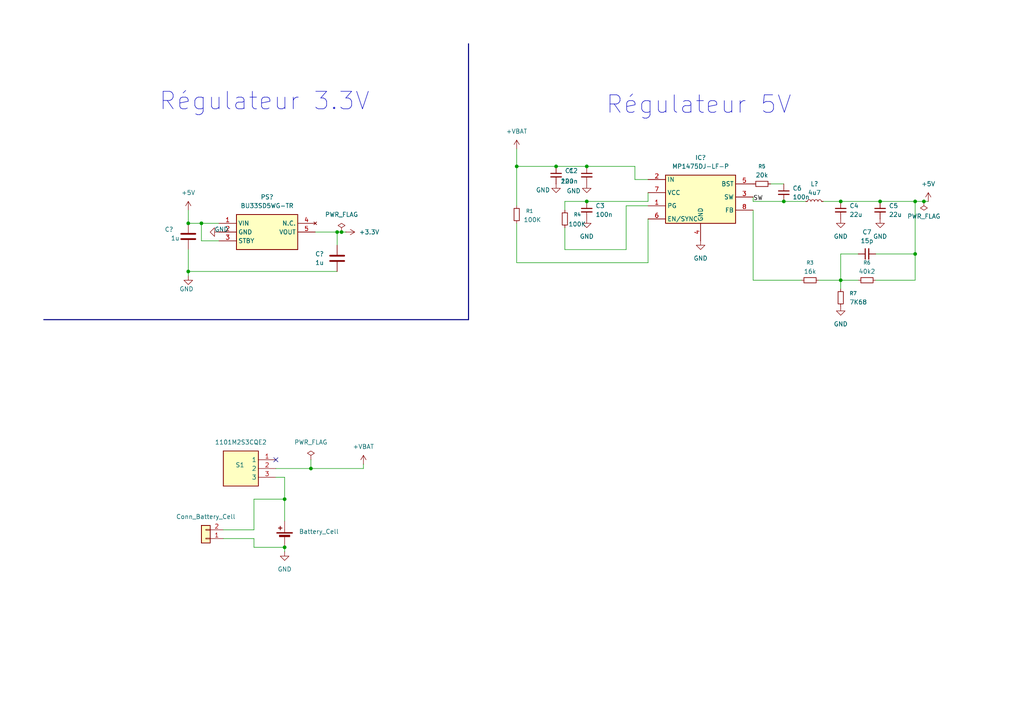
<source format=kicad_sch>
(kicad_sch (version 20250114) (generator "eeschema") (generator_version "9.0")
  (paper "A4")
  (lib_symbols
    (symbol "1101M2S3CQE2:1101M2S3CQE2"
      (property "Reference" "S" (at 16.51 7.62 0))
      (property "Value" "1101M2S3CQE2" (at 16.51 5.08 0))
      (symbol "1101M2S3CQE2_1_1"
        (rectangle (start 5.08 2.54) (end 15.24 -7.62) (stroke (width 0.254)) (fill (type background)))
        (pin passive line (at 0 0 0) (length 5.08) (name "3") (number "3"))
        (pin passive line (at 0 -2.54 0) (length 5.08) (name "2") (number "2"))
        (pin passive line (at 0 -5.08 0) (length 5.08) (name "1") (number "1"))
      )
    )
    (symbol "BU33SD5WG-TR:BU33SD5WG-TR"
      (property "Reference" "PS" (at 24.13 7.62 0))
      (property "Value" "BU33SD5WG-TR" (at 24.13 5.08 0))
      (symbol "BU33SD5WG-TR_1_1"
        (rectangle (start 5.08 2.54) (end 22.86 -7.62) (stroke (width 0.254)) (fill (type background)))
        (pin passive line (at 0 0 0) (length 5.08) (name "VIN") (number "1"))
        (pin passive line (at 0 -2.54 0) (length 5.08) (name "GND") (number "2"))
        (pin passive line (at 0 -5.08 0) (length 5.08) (name "STBY") (number "3"))
        (pin no_connect line (at 27.94 0 180) (length 5.08) (name "N.C.") (number "4"))
        (pin passive line (at 27.94 -2.54 180) (length 5.08) (name "VOUT") (number "5"))
      )
    )
    (symbol "Connector_Generic:Conn_01x02" (pin_names (offset 1.016) (hide yes))
      (property "Reference" "J" (at 0 2.54 0))
      (property "Value" "Conn_01x02" (at 0 -5.08 0))
      (symbol "Conn_01x02_1_1"
        (rectangle (start -1.27 1.27) (end 1.27 -3.81) (stroke (width 0.254)) (fill (type background)))
        (rectangle (start -1.27 0.127) (end 0 -0.127) (stroke (width 0.1524)))
        (rectangle (start -1.27 -2.413) (end 0 -2.667) (stroke (width 0.1524)))
        (pin passive line (at -5.08 0 0) (length 3.81) (name "Pin_1") (number "1"))
        (pin passive line (at -5.08 -2.54 0) (length 3.81) (name "Pin_2") (number "2"))
      )
    )
    (symbol "Device:Battery_Cell" (pin_numbers (hide yes)) (pin_names (offset 0) (hide yes))
      (property "Reference" "BT" (at 2.54 2.54 0))
      (property "Value" "Battery_Cell" (at 2.54 0 0))
      (symbol "Battery_Cell_0_1"
        (rectangle (start -2.286 1.778) (end 2.286 1.524) (fill (type outline)))
        (rectangle (start -1.524 1.016) (end 1.524 0.508) (fill (type outline)))
        (polyline (pts (xy 0 1.778) (xy 0 2.54)))
        (polyline (pts (xy 0 0.762) (xy 0 0)))
        (polyline (pts (xy 0.762 3.048) (xy 1.778 3.048)) (stroke (width 0.254)))
        (polyline (pts (xy 1.27 3.556) (xy 1.27 2.54)) (stroke (width 0.254)))
      )
      (symbol "Battery_Cell_1_1"
        (pin passive line (at 0 5.08 270) (length 2.54) (name "+") (number "1"))
        (pin passive line (at 0 -2.54 90) (length 2.54) (name "-") (number "2"))
      )
    )
    (symbol "Device:C" (pin_numbers (hide yes)) (pin_names (offset 0.254))
      (property "Reference" "C" (at 0.635 2.54 0))
      (property "Value" "C" (at 0.635 -2.54 0))
      (symbol "C_0_1"
        (polyline (pts (xy -2.032 0.762) (xy 2.032 0.762)) (stroke (width 0.508)))
        (polyline (pts (xy -2.032 -0.762) (xy 2.032 -0.762)) (stroke (width 0.508)))
      )
      (symbol "C_1_1"
        (pin passive line (at 0 3.81 270) (length 2.794) (name "~") (number "1"))
        (pin passive line (at 0 -3.81 90) (length 2.794) (name "~") (number "2"))
      )
    )
    (symbol "Device:C_Small" (pin_numbers (hide yes)) (pin_names (offset 0.254) (hide yes))
      (property "Reference" "C" (at 0.254 1.778 0))
      (property "Value" "C_Small" (at 0.254 -2.032 0))
      (symbol "C_Small_0_1"
        (polyline (pts (xy -1.524 0.508) (xy 1.524 0.508)) (stroke (width 0.3048)))
        (polyline (pts (xy -1.524 -0.508) (xy 1.524 -0.508)) (stroke (width 0.3302)))
      )
      (symbol "C_Small_1_1"
        (pin passive line (at 0 2.54 270) (length 2.032) (name "~") (number "1"))
        (pin passive line (at 0 -2.54 90) (length 2.032) (name "~") (number "2"))
      )
    )
    (symbol "Device:L_Small" (pin_numbers (hide yes)) (pin_names (offset 0.254) (hide yes))
      (property "Reference" "L" (at 0.762 1.016 0))
      (property "Value" "L_Small" (at 0.762 -1.016 0))
      (symbol "L_Small_0_1"
        (arc (start 0 2.032) (mid 0.5058 1.524) (end 0 1.016))
        (arc (start 0 1.016) (mid 0.5058 0.508) (end 0 0))
        (arc (start 0 0) (mid 0.5058 -0.508) (end 0 -1.016))
        (arc (start 0 -1.016) (mid 0.5058 -1.524) (end 0 -2.032))
      )
      (symbol "L_Small_1_1"
        (pin passive line (at 0 2.54 270) (length 0.508) (name "~") (number "1"))
        (pin passive line (at 0 -2.54 90) (length 0.508) (name "~") (number "2"))
      )
    )
    (symbol "Device:R_Small" (pin_numbers (hide yes)) (pin_names (offset 0.254) (hide yes))
      (property "Reference" "R" (at 0 0 90))
      (property "Value" "R_Small" (at 1.778 0 90))
      (symbol "R_Small_0_1"
        (rectangle (start -0.762 1.778) (end 0.762 -1.778) (stroke (width 0.2032)))
      )
      (symbol "R_Small_1_1"
        (pin passive line (at 0 2.54 270) (length 0.762) (name "~") (number "1"))
        (pin passive line (at 0 -2.54 90) (length 0.762) (name "~") (number "2"))
      )
    )
    (symbol "MP1475DJ-LF-P:MP1475DJ-LF-P"
      (property "Reference" "IC" (at 26.67 7.62 0))
      (property "Value" "MP1475DJ-LF-P" (at 26.67 5.08 0))
      (symbol "MP1475DJ-LF-P_1_1"
        (rectangle (start 5.08 2.54) (end 25.4 -11.43) (stroke (width 0.254)) (fill (type background)))
        (pin passive line (at 0 1.27 0) (length 5.08) (name "IN") (number "2"))
        (pin passive line (at 0 -2.54 0) (length 5.08) (name "VCC") (number "7"))
        (pin passive line (at 0 -6.35 0) (length 5.08) (name "PG") (number "1"))
        (pin passive line (at 0 -10.16 0) (length 5.08) (name "EN/SYNC") (number "6"))
        (pin passive line (at 15.24 -16.51 90) (length 5.08) (name "GND") (number "4"))
        (pin passive line (at 30.48 0 180) (length 5.08) (name "BST") (number "5"))
        (pin passive line (at 30.48 -3.81 180) (length 5.08) (name "SW") (number "3"))
        (pin passive line (at 30.48 -7.62 180) (length 5.08) (name "FB") (number "8"))
      )
    )
    (symbol "power:+10V" (power) (pin_numbers (hide yes)) (pin_names (offset 0) (hide yes))
      (property "Value" "+10V" (at 0 3.556 0))
      (symbol "+10V_0_1"
        (polyline (pts (xy -0.762 1.27) (xy 0 2.54)))
        (polyline (pts (xy 0 2.54) (xy 0.762 1.27)))
        (polyline (pts (xy 0 0) (xy 0 2.54)))
      )
      (symbol "+10V_1_1"
        (pin power_in line (at 0 0 90) (length 0) (name "~") (number "1"))
      )
    )
    (symbol "power:+3.3V" (power) (pin_numbers (hide yes)) (pin_names (offset 0) (hide yes))
      (property "Value" "+3.3V" (at 0 3.556 0))
      (symbol "+3.3V_0_1"
        (polyline (pts (xy -0.762 1.27) (xy 0 2.54)))
        (polyline (pts (xy 0 2.54) (xy 0.762 1.27)))
        (polyline (pts (xy 0 0) (xy 0 2.54)))
      )
      (symbol "+3.3V_1_1"
        (pin power_in line (at 0 0 90) (length 0) (name "~") (number "1"))
      )
    )
    (symbol "power:+5V" (power) (pin_numbers (hide yes)) (pin_names (offset 0) (hide yes))
      (property "Value" "+5V" (at 0 3.556 0))
      (symbol "+5V_0_1"
        (polyline (pts (xy -0.762 1.27) (xy 0 2.54)))
        (polyline (pts (xy 0 2.54) (xy 0.762 1.27)))
        (polyline (pts (xy 0 0) (xy 0 2.54)))
      )
      (symbol "+5V_1_1"
        (pin power_in line (at 0 0 90) (length 0) (name "~") (number "1"))
      )
    )
    (symbol "power:+7.5V" (power) (pin_numbers (hide yes)) (pin_names (offset 0) (hide yes))
      (property "Value" "+7.5V" (at 0 3.556 0))
      (symbol "+7.5V_0_1"
        (polyline (pts (xy -0.762 1.27) (xy 0 2.54)))
        (polyline (pts (xy 0 2.54) (xy 0.762 1.27)))
        (polyline (pts (xy 0 0) (xy 0 2.54)))
      )
      (symbol "+7.5V_1_1"
        (pin power_in line (at 0 0 90) (length 0) (name "~") (number "1"))
      )
    )
    (symbol "power:GND" (power) (pin_numbers (hide yes)) (pin_names (offset 0) (hide yes))
      (property "Value" "GND" (at 0 -3.81 0))
      (symbol "GND_0_1"
        (polyline (pts (xy 0 0) (xy 0 -1.27) (xy 1.27 -1.27) (xy 0 -2.54) (xy -1.27 -1.27) (xy 0 -1.27)))
      )
      (symbol "GND_1_1"
        (pin power_in line (at 0 0 270) (length 0) (name "~") (number "1"))
      )
    )
    (symbol "power:PWR_FLAG" (power) (pin_numbers (hide yes)) (pin_names (offset 0) (hide yes))
      (property "Value" "PWR_FLAG" (at 0 3.81 0))
      (symbol "PWR_FLAG_0_0"
        (pin power_out line (at 0 0 90) (length 0) (name "~") (number "1"))
      )
      (symbol "PWR_FLAG_0_1"
        (polyline (pts (xy 0 0) (xy 0 1.27) (xy -1.016 1.905) (xy 0 2.54) (xy 1.016 1.905) (xy 0 1.27)))
      )
    )
  )
  (text "Régulateur 5V\n" (at 202.692 30.48 0) (effects (font (size 5.08 5.08))))
  (text "Régulateur 3.3V\n" (at 76.708 29.464 0) (effects (font (size 5.08 5.08))))
  (junction (at 227.33 58.42))
  (junction (at 82.55 158.75))
  (junction (at 97.79 67.31))
  (junction (at 54.61 64.77))
  (junction (at 99.06 67.31))
  (junction (at 90.17 135.89))
  (junction (at 243.84 81.28))
  (junction (at 170.18 48.26))
  (junction (at 265.43 73.66))
  (junction (at 161.29 48.26))
  (junction (at 82.55 144.78))
  (junction (at 149.86 48.26))
  (junction (at 243.84 58.42))
  (junction (at 170.18 58.42))
  (junction (at 255.27 58.42))
  (junction (at 265.43 58.42))
  (junction (at 58.42 64.77))
  (junction (at 54.61 78.74))
  (junction (at 267.97 58.42))
  (no_connect (at 80.01 133.35))
  (wire (pts (xy 187.96 52.07) (xy 184.15 52.07)))
  (wire (pts (xy 218.44 58.42) (xy 227.33 58.42)))
  (wire (pts (xy 227.33 58.42) (xy 233.68 58.42)))
  (wire (pts (xy 181.61 59.69) (xy 181.61 72.39)))
  (wire (pts (xy 187.96 63.5) (xy 187.96 76.2)))
  (wire (pts (xy 58.42 64.77) (xy 63.5 64.77)))
  (wire (pts (xy 73.66 156.21) (xy 73.66 158.75)))
  (wire (pts (xy 99.06 67.31) (xy 97.79 67.31)))
  (wire (pts (xy 82.55 138.43) (xy 80.01 138.43)))
  (wire (pts (xy 149.86 48.26) (xy 149.86 43.18)))
  (wire (pts (xy 187.96 58.42) (xy 187.96 55.88)))
  (wire (pts (xy 73.66 158.75) (xy 82.55 158.75)))
  (wire (pts (xy 254 81.28) (xy 265.43 81.28)))
  (wire (pts (xy 243.84 81.28) (xy 248.92 81.28)))
  (bus (pts (xy 135.89 12.7) (xy 135.89 92.71)))
  (wire (pts (xy 243.84 81.28) (xy 243.84 83.82)))
  (wire (pts (xy 149.86 48.26) (xy 161.29 48.26)))
  (wire (pts (xy 100.33 67.31) (xy 99.06 67.31)))
  (wire (pts (xy 218.44 57.15) (xy 218.44 58.42)))
  (wire (pts (xy 223.52 53.34) (xy 227.33 53.34)))
  (wire (pts (xy 237.49 81.28) (xy 243.84 81.28)))
  (wire (pts (xy 163.83 66.04) (xy 163.83 72.39)))
  (wire (pts (xy 105.41 134.62) (xy 105.41 135.89)))
  (wire (pts (xy 64.77 156.21) (xy 73.66 156.21)))
  (wire (pts (xy 82.55 151.13) (xy 82.55 144.78)))
  (wire (pts (xy 184.15 52.07) (xy 184.15 48.26)))
  (wire (pts (xy 149.86 59.69) (xy 149.86 48.26)))
  (wire (pts (xy 161.29 48.26) (xy 170.18 48.26)))
  (wire (pts (xy 58.42 69.85) (xy 58.42 64.77)))
  (wire (pts (xy 54.61 78.74) (xy 97.79 78.74)))
  (wire (pts (xy 80.01 135.89) (xy 90.17 135.89)))
  (wire (pts (xy 91.44 67.31) (xy 97.79 67.31)))
  (wire (pts (xy 163.83 72.39) (xy 181.61 72.39)))
  (wire (pts (xy 90.17 135.89) (xy 105.41 135.89)))
  (bus (pts (xy 12.7 92.71) (xy 135.89 92.71)))
  (wire (pts (xy 54.61 78.74) (xy 54.61 72.39)))
  (wire (pts (xy 255.27 58.42) (xy 265.43 58.42)))
  (wire (pts (xy 163.83 58.42) (xy 170.18 58.42)))
  (wire (pts (xy 73.66 153.67) (xy 73.66 144.78)))
  (wire (pts (xy 54.61 64.77) (xy 58.42 64.77)))
  (wire (pts (xy 218.44 81.28) (xy 218.44 60.96)))
  (wire (pts (xy 184.15 48.26) (xy 170.18 48.26)))
  (wire (pts (xy 97.79 67.31) (xy 97.79 71.12)))
  (wire (pts (xy 149.86 64.77) (xy 149.86 76.2)))
  (wire (pts (xy 254 73.66) (xy 265.43 73.66)))
  (wire (pts (xy 267.97 58.42) (xy 269.24 58.42)))
  (wire (pts (xy 243.84 58.42) (xy 255.27 58.42)))
  (wire (pts (xy 187.96 59.69) (xy 181.61 59.69)))
  (wire (pts (xy 149.86 76.2) (xy 187.96 76.2)))
  (wire (pts (xy 170.18 58.42) (xy 187.96 58.42)))
  (wire (pts (xy 265.43 58.42) (xy 265.43 73.66)))
  (wire (pts (xy 163.83 60.96) (xy 163.83 58.42)))
  (wire (pts (xy 265.43 58.42) (xy 267.97 58.42)))
  (wire (pts (xy 243.84 81.28) (xy 243.84 73.66)))
  (wire (pts (xy 73.66 144.78) (xy 82.55 144.78)))
  (wire (pts (xy 243.84 73.66) (xy 248.92 73.66)))
  (wire (pts (xy 82.55 160.02) (xy 82.55 158.75)))
  (wire (pts (xy 64.77 153.67) (xy 73.66 153.67)))
  (wire (pts (xy 82.55 144.78) (xy 82.55 138.43)))
  (wire (pts (xy 54.61 80.01) (xy 54.61 78.74)))
  (wire (pts (xy 265.43 81.28) (xy 265.43 73.66)))
  (wire (pts (xy 90.17 133.35) (xy 90.17 135.89)))
  (wire (pts (xy 218.44 81.28) (xy 232.41 81.28)))
  (wire (pts (xy 54.61 60.96) (xy 54.61 64.77)))
  (wire (pts (xy 63.5 69.85) (xy 58.42 69.85)))
  (wire (pts (xy 238.76 58.42) (xy 243.84 58.42)))
  (label "SW" (at 218.44 58.42 0))
  (symbol (lib_id "Device:R_Small") (at 163.83 63.5 0) (unit 1)
    (property "Reference" "R4" (at 166.37 62.2299 0) (effects (font (size 1.016 1.016)) (justify left)))
    (property "Value" "100K" (at 164.846 65.024 0) (effects (justify left)))
    (property "Footprint" "Resistor_SMD:R_0603_1608Metric" (effects (hide yes)))
    (property "Description" "Resistor, small symbol" (effects (hide yes)))
  )
  (symbol (lib_id "Device:R_Small") (at 220.98 53.34 90) (unit 1)
    (property "Reference" "R5" (at 220.98 48.26 90) (effects (font (size 1.016 1.016))))
    (property "Value" "20k" (at 220.98 50.8 90))
    (property "Footprint" "Resistor_SMD:R_0603_1608Metric" (effects (hide yes)))
    (property "Description" "Resistor, small symbol" (effects (hide yes)))
  )
  (symbol (lib_id "Device:C_Small") (at 255.27 60.96 0) (unit 1)
    (property "Reference" "C5" (at 257.81 59.6962 0) (effects (justify left)))
    (property "Value" "22u" (at 257.81 62.2362 0) (effects (justify left)))
    (property "Footprint" "Capacitor_SMD:C_0805_2012Metric" (effects (hide yes)))
    (property "Description" "Unpolarized capacitor, small symbol" (effects (hide yes)))
  )
  (symbol (lib_id "power:PWR_FLAG") (at 90.17 133.35 0) (unit 1)
    (property "Reference" "#FLG01" (effects (hide yes)))
    (property "Value" "PWR_FLAG" (at 90.17 128.27 0))
    (property "Description" "Special symbol for telling ERC where power comes from" (effects (hide yes)))
  )
  (symbol (lib_id "power:GND") (at 63.5 67.31 270) (unit 1)
    (property "Reference" "#PWR?" (effects (hide yes)))
    (property "Value" "GND" (at 66.294 66.548 90) (effects (justify right)))
    (property "Description" "Power symbol creates a global label with name \"GND\" , ground" (effects (hide yes)))
  )
  (symbol (lib_id "power:GND") (at 161.29 53.34 0) (unit 1)
    (property "Reference" "#PWR?" (effects (hide yes)))
    (property "Value" "GND" (at 157.48 55.118 0))
    (property "Description" "Power symbol creates a global label with name \"GND\" , ground" (effects (hide yes)))
  )
  (symbol (lib_id "power:GND") (at 170.18 53.34 0) (unit 1)
    (property "Reference" "#PWR?" (effects (hide yes)))
    (property "Value" "GND" (at 166.37 55.372 0))
    (property "Description" "Power symbol creates a global label with name \"GND\" , ground" (effects (hide yes)))
  )
  (symbol (lib_id "Device:C") (at 97.79 74.93 0) (mirror x) (unit 1)
    (property "Reference" "C?" (at 93.98 73.6599 0) (effects (justify right)))
    (property "Value" "1u" (at 93.98 76.1999 0) (effects (justify right)))
    (property "Footprint" "Capacitor_SMD:C_0603_1608Metric" (effects (hide yes)))
    (property "Description" "Unpolarized capacitor" (effects (hide yes)))
  )
  (symbol (lib_id "power:GND") (at 255.27 63.5 0) (unit 1)
    (property "Reference" "#PWR?" (effects (hide yes)))
    (property "Value" "GND" (at 255.27 68.58 0))
    (property "Description" "Power symbol creates a global label with name \"GND\" , ground" (effects (hide yes)))
  )
  (symbol (lib_id "power:+5V") (at 269.24 58.42 0) (unit 1)
    (property "Reference" "#PWR?" (effects (hide yes)))
    (property "Value" "+5V" (at 269.24 53.34 0))
    (property "Description" "Power symbol creates a global label with name \"+5V\"" (effects (hide yes)))
  )
  (symbol (lib_id "Device:C_Small") (at 251.46 73.66 90) (unit 1)
    (property "Reference" "C7" (at 251.4663 67.31 90))
    (property "Value" "15p" (at 251.4663 69.85 90))
    (property "Footprint" "Capacitor_SMD:C_0402_1005Metric" (effects (hide yes)))
    (property "Description" "Unpolarized capacitor, small symbol" (effects (hide yes)))
  )
  (symbol (lib_id "Device:C_Small") (at 227.33 55.88 0) (unit 1)
    (property "Reference" "C6" (at 229.87 54.6162 0) (effects (justify left)))
    (property "Value" "100n" (at 229.87 57.1562 0) (effects (justify left)))
    (property "Footprint" "Capacitor_SMD:C_0402_1005Metric" (effects (hide yes)))
    (property "Description" "Unpolarized capacitor, small symbol" (effects (hide yes)))
  )
  (symbol (lib_id "Device:R_Small") (at 149.86 62.23 0) (mirror y) (unit 1)
    (property "Reference" "R1" (at 154.686 61.214 0) (effects (font (size 1.016 1.016)) (justify left)))
    (property "Value" "100K" (at 156.972 63.754 0) (effects (justify left)))
    (property "Footprint" "Resistor_SMD:R_0603_1608Metric" (effects (hide yes)))
    (property "Description" "Resistor, small symbol" (effects (hide yes)))
  )
  (symbol (lib_id "Device:L_Small") (at 236.22 58.42 90) (unit 1)
    (property "Reference" "L?" (at 236.22 53.34 90))
    (property "Value" "4u7" (at 236.22 55.88 90))
    (property "Footprint" "Inductor_SMD:L_APV_ANR5040" (effects (hide yes)))
    (property "Description" "Inductor, small symbol" (effects (hide yes)))
  )
  (symbol (lib_id "BU33SD5WG-TR:BU33SD5WG-TR") (at 63.5 64.77 0) (unit 1)
    (property "Reference" "PS?" (at 77.47 57.15 0))
    (property "Value" "BU33SD5WG-TR" (at 77.47 59.69 0))
    (property "Footprint" "Package_SO:TSOP-5_1.65x3.05mm_P0.95mm" (effects (hide yes)))
    (property "Datasheet" "https://componentsearchengine.com/Datasheets/1/BU33SD5WG-TR.pdf" (effects (hide yes)))
    (property "Description" "LDO regulator,3.3V,0.5A,standby,SSOP5 ROHM BU33SD5WG-TR, LDO Voltage Regulator, 0.5A, 3.3 V +/-2%, 1.7  6 Vin, 5-Pin SSOP" (effects (hide yes)))
    (property "Height" "1.25" (effects (hide yes)))
    (property "Manufacturer_Name" "ROHM Semiconductor" (effects (hide yes)))
    (property "Manufacturer_Part_Number" "BU33SD5WG-TR" (effects (hide yes)))
    (property "Mouser Part Number" "755-BU33SD5WG-TR" (effects (hide yes)))
    (property "Mouser Price/Stock" "https://www.mouser.co.uk/ProductDetail/ROHM-Semiconductor/BU33SD5WG-TR?qs=%2FKR40Cd6GUrQDzRkUEt69Q%3D%3D" (effects (hide yes)))
  )
  (symbol (lib_id "MP1475DJ-LF-P:MP1475DJ-LF-P") (at 187.96 53.34 0) (unit 1)
    (property "Reference" "IC?" (at 203.2 45.72 0))
    (property "Value" "MP1475DJ-LF-P" (at 203.2 48.26 0))
    (property "Footprint" "Package_TO_SOT_SMD:TSOT-23-8_HandSoldering" (effects (hide yes)))
    (property "Datasheet" "https://www.monolithicpower.com/en/documentview/productdocument/index/version/2/document_type/Datasheet/lang/en/sku/MP1475/document_id/342" (effects (hide yes)))
    (property "Height" "1" (effects (hide yes)))
    (property "Manufacturer_Name" "Monolithic Power Systems (MPS)" (effects (hide yes)))
    (property "Manufacturer_Part_Number" "MP1475DJ-LF-P" (effects (hide yes)))
  )
  (symbol (lib_id "Device:C_Small") (at 170.18 60.96 0) (unit 1)
    (property "Reference" "C3" (at 172.72 59.6962 0) (effects (justify left)))
    (property "Value" "100n" (at 172.72 62.2362 0) (effects (justify left)))
    (property "Footprint" "Capacitor_SMD:C_0402_1005Metric" (effects (hide yes)))
    (property "Description" "Unpolarized capacitor, small symbol" (effects (hide yes)))
  )
  (symbol (lib_id "Device:R_Small") (at 243.84 86.36 0) (unit 1)
    (property "Reference" "R7" (at 246.38 85.0899 0) (effects (font (size 1.016 1.016)) (justify left)))
    (property "Value" "7K68" (at 246.38 87.6299 0) (effects (justify left)))
    (property "Footprint" "Resistor_SMD:R_0603_1608Metric" (effects (hide yes)))
    (property "Description" "Resistor, small symbol" (effects (hide yes)))
  )
  (symbol (lib_id "Device:C_Small") (at 161.29 50.8 0) (unit 1)
    (property "Reference" "C1" (at 163.83 49.5362 0) (effects (justify left)))
    (property "Value" "22u" (at 162.56 52.578 0) (effects (justify left)))
    (property "Footprint" "Capacitor_SMD:C_0805_2012Metric" (effects (hide yes)))
    (property "Description" "Unpolarized capacitor, small symbol" (effects (hide yes)))
  )
  (symbol (lib_id "power:GND") (at 243.84 88.9 0) (unit 1)
    (property "Reference" "#PWR?" (effects (hide yes)))
    (property "Value" "GND" (at 243.84 93.98 0))
    (property "Description" "Power symbol creates a global label with name \"GND\" , ground" (effects (hide yes)))
  )
  (symbol (lib_id "power:+10V") (at 105.41 134.62 0) (unit 1)
    (property "Reference" "#PWR?" (effects (hide yes)))
    (property "Value" "+VBAT" (at 105.41 129.54 0))
    (property "Description" "Power symbol creates a global label with name \"+10V\"" (effects (hide yes)))
  )
  (symbol (lib_id "power:PWR_FLAG") (at 267.97 58.42 180) (unit 1)
    (property "Reference" "#FLG08" (effects (hide yes)))
    (property "Value" "PWR_FLAG" (at 267.97 62.7495 0))
    (property "Description" "Special symbol for telling ERC where power comes from" (effects (hide yes)))
  )
  (symbol (lib_id "Device:C_Small") (at 170.18 50.8 0) (mirror y) (unit 1)
    (property "Reference" "C2" (at 167.64 49.5362 0) (effects (justify left)))
    (property "Value" "100n" (at 167.64 52.578 0) (effects (justify left)))
    (property "Footprint" "Capacitor_SMD:C_0402_1005Metric" (effects (hide yes)))
    (property "Description" "Unpolarized capacitor, small symbol" (effects (hide yes)))
  )
  (symbol (lib_id "power:GND") (at 243.84 63.5 0) (unit 1)
    (property "Reference" "#PWR?" (effects (hide yes)))
    (property "Value" "GND" (at 243.84 68.58 0))
    (property "Description" "Power symbol creates a global label with name \"GND\" , ground" (effects (hide yes)))
  )
  (symbol (lib_id "Device:C") (at 54.61 68.58 0) (unit 1)
    (property "Reference" "C?" (at 47.752 66.548 0) (effects (justify left)))
    (property "Value" "1u" (at 49.53 69.088 0) (effects (justify left)))
    (property "Footprint" "Capacitor_SMD:C_0603_1608Metric" (effects (hide yes)))
    (property "Description" "Unpolarized capacitor" (effects (hide yes)))
  )
  (symbol (lib_id "1101M2S3CQE2:1101M2S3CQE2") (at 80.01 138.43 180) (unit 1)
    (property "Reference" "S1" (at 69.596 134.874 0))
    (property "Value" "1101M2S3CQE2" (at 69.85 128.27 0))
    (property "Footprint" "KiCad:1101M2S3QE2" (effects (hide yes)))
    (property "Datasheet" "https://www.ckswitches.com/media/1429/1000.pdf" (effects (hide yes)))
    (property "Description" "1101M2S3CQE2 (Slide Switches)" (effects (hide yes)))
    (property "Manufacturer_Name" "C & K COMPONENTS" (effects (hide yes)))
    (property "Manufacturer_Part_Number" "1101M2S3CQE2" (effects (hide yes)))
  )
  (symbol (lib_id "power:+5V") (at 54.61 60.96 0) (unit 1)
    (property "Reference" "#PWR?" (effects (hide yes)))
    (property "Value" "+5V" (at 54.61 55.88 0))
    (property "Description" "Power symbol creates a global label with name \"+5V\"" (effects (hide yes)))
  )
  (symbol (lib_id "Device:C_Small") (at 243.84 60.96 0) (unit 1)
    (property "Reference" "C4" (at 246.38 59.6962 0) (effects (justify left)))
    (property "Value" "22u" (at 246.38 62.2362 0) (effects (justify left)))
    (property "Footprint" "Capacitor_SMD:C_0805_2012Metric" (effects (hide yes)))
    (property "Description" "Unpolarized capacitor, small symbol" (effects (hide yes)))
  )
  (symbol (lib_id "power:GND") (at 82.55 160.02 0) (mirror y) (unit 1)
    (property "Reference" "#PWR?" (effects (hide yes)))
    (property "Value" "GND" (at 82.55 165.1 0))
    (property "Description" "Power symbol creates a global label with name \"GND\" , ground" (effects (hide yes)))
  )
  (symbol (lib_id "Device:R_Small") (at 251.46 81.28 90) (unit 1)
    (property "Reference" "R6" (at 251.46 76.2 90) (effects (font (size 1.016 1.016))))
    (property "Value" "40k2" (at 251.46 78.74 90))
    (property "Footprint" "Resistor_SMD:R_0603_1608Metric" (effects (hide yes)))
    (property "Description" "Resistor, small symbol" (effects (hide yes)))
  )
  (symbol (lib_id "power:+3.3V") (at 100.33 67.31 270) (unit 1)
    (property "Reference" "#PWR?" (effects (hide yes)))
    (property "Value" "+3.3V" (at 104.14 67.3099 90) (effects (justify left)))
    (property "Description" "Power symbol creates a global label with name \"+3.3V\"" (effects (hide yes)))
  )
  (symbol (lib_id "power:GND") (at 54.61 80.01 0) (unit 1)
    (property "Reference" "#PWR?" (effects (hide yes)))
    (property "Value" "GND" (at 56.134 83.82 0) (effects (justify right)))
    (property "Description" "Power symbol creates a global label with name \"GND\" , ground" (effects (hide yes)))
  )
  (symbol (lib_id "power:GND") (at 203.2 69.85 0) (unit 1)
    (property "Reference" "#PWR?" (effects (hide yes)))
    (property "Value" "GND" (at 203.2 74.93 0))
    (property "Description" "Power symbol creates a global label with name \"GND\" , ground" (effects (hide yes)))
  )
  (symbol (lib_id "power:+7.5V") (at 149.86 43.18 0) (unit 1)
    (property "Reference" "#PWR?" (effects (hide yes)))
    (property "Value" "+VBAT" (at 149.86 38.1 0))
    (property "Description" "Power symbol creates a global label with name \"+7.5V\"" (effects (hide yes)))
  )
  (symbol (lib_id "Device:R_Small") (at 234.95 81.28 90) (unit 1)
    (property "Reference" "R3" (at 234.95 76.2 90) (effects (font (size 1.016 1.016))))
    (property "Value" "16k" (at 234.95 78.74 90))
    (property "Footprint" "Resistor_SMD:R_0603_1608Metric" (effects (hide yes)))
    (property "Description" "Resistor, small symbol" (effects (hide yes)))
  )
  (symbol (lib_id "power:PWR_FLAG") (at 99.06 67.31 0) (unit 1)
    (property "Reference" "#FLG09" (effects (hide yes)))
    (property "Value" "PWR_FLAG" (at 99.06 62.23 0))
    (property "Description" "Special symbol for telling ERC where power comes from" (effects (hide yes)))
  )
  (symbol (lib_id "Connector_Generic:Conn_01x02") (at 59.69 156.21 180) (unit 1)
    (property "Reference" "J1" (effects (hide yes)))
    (property "Value" "Conn_Battery_Cell" (at 59.69 149.86 0))
    (property "Footprint" "Connector_JST:JST_EH_B2B-EH-A_1x02_P2.50mm_Vertical" (effects (hide yes)))
    (property "Description" "Generic connector, single row, 01x02, script generated (kicad-library-utils/schlib/autogen/connector/)" (effects (hide yes)))
  )
  (symbol (lib_id "Device:Battery_Cell") (at 82.55 156.21 0) (mirror y) (unit 1) (in_bom no) (on_board no)
    (property "Reference" "BT?" (effects (hide yes)))
    (property "Value" "Battery_Cell" (at 98.298 154.178 0) (effects (justify left)))
    (property "Footprint" "Connector_JST:JST_XH_S2B-XH-A-1_1x02_P2.50mm_Horizontal" (effects (hide yes)))
    (property "Description" "Single-cell battery" (effects (hide yes)))
  )
  (symbol (lib_id "power:GND") (at 170.18 63.5 0) (unit 1)
    (property "Reference" "#PWR?" (effects (hide yes)))
    (property "Value" "GND" (at 170.18 68.58 0))
    (property "Description" "Power symbol creates a global label with name \"GND\" , ground" (effects (hide yes)))
  )
)
</source>
